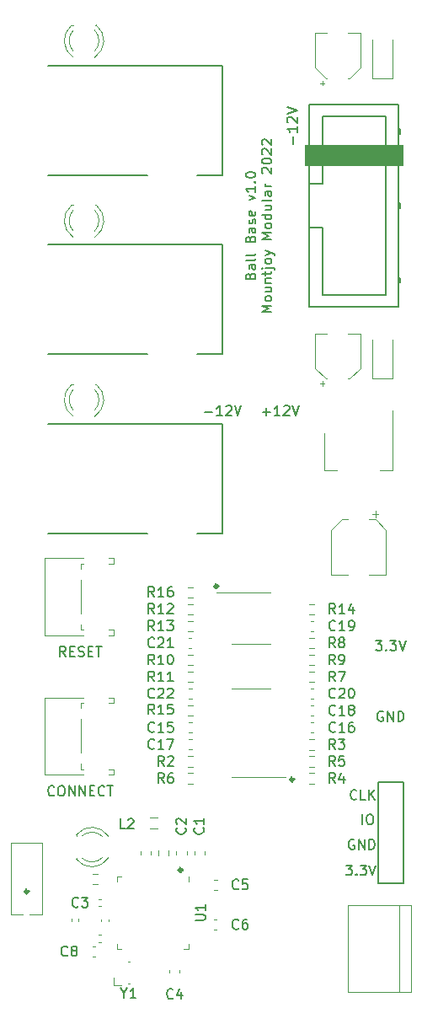
<source format=gbr>
%TF.GenerationSoftware,KiCad,Pcbnew,(6.0.1)*%
%TF.CreationDate,2022-03-12T16:38:44+00:00*%
%TF.ProjectId,Ball_Base_Components,42616c6c-5f42-4617-9365-5f436f6d706f,rev?*%
%TF.SameCoordinates,Original*%
%TF.FileFunction,Legend,Top*%
%TF.FilePolarity,Positive*%
%FSLAX46Y46*%
G04 Gerber Fmt 4.6, Leading zero omitted, Abs format (unit mm)*
G04 Created by KiCad (PCBNEW (6.0.1)) date 2022-03-12 16:38:44*
%MOMM*%
%LPD*%
G01*
G04 APERTURE LIST*
%ADD10C,0.357843*%
%ADD11C,0.150000*%
%ADD12C,0.120000*%
%ADD13C,0.200000*%
%ADD14C,0.100000*%
%ADD15C,0.342843*%
G04 APERTURE END LIST*
D10*
X139578921Y-142300000D02*
G75*
G03*
X139578921Y-142300000I-178921J0D01*
G01*
X143178921Y-113800000D02*
G75*
G03*
X143178921Y-113800000I-178921J0D01*
G01*
X150778921Y-133200000D02*
G75*
G03*
X150778921Y-133200000I-178921J0D01*
G01*
D11*
X159023809Y-119252380D02*
X159642857Y-119252380D01*
X159309523Y-119633333D01*
X159452380Y-119633333D01*
X159547619Y-119680952D01*
X159595238Y-119728571D01*
X159642857Y-119823809D01*
X159642857Y-120061904D01*
X159595238Y-120157142D01*
X159547619Y-120204761D01*
X159452380Y-120252380D01*
X159166666Y-120252380D01*
X159071428Y-120204761D01*
X159023809Y-120157142D01*
X160071428Y-120157142D02*
X160119047Y-120204761D01*
X160071428Y-120252380D01*
X160023809Y-120204761D01*
X160071428Y-120157142D01*
X160071428Y-120252380D01*
X160452380Y-119252380D02*
X161071428Y-119252380D01*
X160738095Y-119633333D01*
X160880952Y-119633333D01*
X160976190Y-119680952D01*
X161023809Y-119728571D01*
X161071428Y-119823809D01*
X161071428Y-120061904D01*
X161023809Y-120157142D01*
X160976190Y-120204761D01*
X160880952Y-120252380D01*
X160595238Y-120252380D01*
X160500000Y-120204761D01*
X160452380Y-120157142D01*
X161357142Y-119252380D02*
X161690476Y-120252380D01*
X162023809Y-119252380D01*
X146423571Y-82623809D02*
X146471190Y-82480952D01*
X146518809Y-82433333D01*
X146614047Y-82385714D01*
X146756904Y-82385714D01*
X146852142Y-82433333D01*
X146899761Y-82480952D01*
X146947380Y-82576190D01*
X146947380Y-82957142D01*
X145947380Y-82957142D01*
X145947380Y-82623809D01*
X145995000Y-82528571D01*
X146042619Y-82480952D01*
X146137857Y-82433333D01*
X146233095Y-82433333D01*
X146328333Y-82480952D01*
X146375952Y-82528571D01*
X146423571Y-82623809D01*
X146423571Y-82957142D01*
X146947380Y-81528571D02*
X146423571Y-81528571D01*
X146328333Y-81576190D01*
X146280714Y-81671428D01*
X146280714Y-81861904D01*
X146328333Y-81957142D01*
X146899761Y-81528571D02*
X146947380Y-81623809D01*
X146947380Y-81861904D01*
X146899761Y-81957142D01*
X146804523Y-82004761D01*
X146709285Y-82004761D01*
X146614047Y-81957142D01*
X146566428Y-81861904D01*
X146566428Y-81623809D01*
X146518809Y-81528571D01*
X146947380Y-80909523D02*
X146899761Y-81004761D01*
X146804523Y-81052380D01*
X145947380Y-81052380D01*
X146947380Y-80385714D02*
X146899761Y-80480952D01*
X146804523Y-80528571D01*
X145947380Y-80528571D01*
X146423571Y-78909523D02*
X146471190Y-78766666D01*
X146518809Y-78719047D01*
X146614047Y-78671428D01*
X146756904Y-78671428D01*
X146852142Y-78719047D01*
X146899761Y-78766666D01*
X146947380Y-78861904D01*
X146947380Y-79242857D01*
X145947380Y-79242857D01*
X145947380Y-78909523D01*
X145995000Y-78814285D01*
X146042619Y-78766666D01*
X146137857Y-78719047D01*
X146233095Y-78719047D01*
X146328333Y-78766666D01*
X146375952Y-78814285D01*
X146423571Y-78909523D01*
X146423571Y-79242857D01*
X146947380Y-77814285D02*
X146423571Y-77814285D01*
X146328333Y-77861904D01*
X146280714Y-77957142D01*
X146280714Y-78147619D01*
X146328333Y-78242857D01*
X146899761Y-77814285D02*
X146947380Y-77909523D01*
X146947380Y-78147619D01*
X146899761Y-78242857D01*
X146804523Y-78290476D01*
X146709285Y-78290476D01*
X146614047Y-78242857D01*
X146566428Y-78147619D01*
X146566428Y-77909523D01*
X146518809Y-77814285D01*
X146899761Y-77385714D02*
X146947380Y-77290476D01*
X146947380Y-77100000D01*
X146899761Y-77004761D01*
X146804523Y-76957142D01*
X146756904Y-76957142D01*
X146661666Y-77004761D01*
X146614047Y-77100000D01*
X146614047Y-77242857D01*
X146566428Y-77338095D01*
X146471190Y-77385714D01*
X146423571Y-77385714D01*
X146328333Y-77338095D01*
X146280714Y-77242857D01*
X146280714Y-77100000D01*
X146328333Y-77004761D01*
X146899761Y-76147619D02*
X146947380Y-76242857D01*
X146947380Y-76433333D01*
X146899761Y-76528571D01*
X146804523Y-76576190D01*
X146423571Y-76576190D01*
X146328333Y-76528571D01*
X146280714Y-76433333D01*
X146280714Y-76242857D01*
X146328333Y-76147619D01*
X146423571Y-76100000D01*
X146518809Y-76100000D01*
X146614047Y-76576190D01*
X146280714Y-75004761D02*
X146947380Y-74766666D01*
X146280714Y-74528571D01*
X146947380Y-73623809D02*
X146947380Y-74195238D01*
X146947380Y-73909523D02*
X145947380Y-73909523D01*
X146090238Y-74004761D01*
X146185476Y-74100000D01*
X146233095Y-74195238D01*
X146852142Y-73195238D02*
X146899761Y-73147619D01*
X146947380Y-73195238D01*
X146899761Y-73242857D01*
X146852142Y-73195238D01*
X146947380Y-73195238D01*
X145947380Y-72528571D02*
X145947380Y-72433333D01*
X145995000Y-72338095D01*
X146042619Y-72290476D01*
X146137857Y-72242857D01*
X146328333Y-72195238D01*
X146566428Y-72195238D01*
X146756904Y-72242857D01*
X146852142Y-72290476D01*
X146899761Y-72338095D01*
X146947380Y-72433333D01*
X146947380Y-72528571D01*
X146899761Y-72623809D01*
X146852142Y-72671428D01*
X146756904Y-72719047D01*
X146566428Y-72766666D01*
X146328333Y-72766666D01*
X146137857Y-72719047D01*
X146042619Y-72671428D01*
X145995000Y-72623809D01*
X145947380Y-72528571D01*
X148557380Y-86266666D02*
X147557380Y-86266666D01*
X148271666Y-85933333D01*
X147557380Y-85600000D01*
X148557380Y-85600000D01*
X148557380Y-84980952D02*
X148509761Y-85076190D01*
X148462142Y-85123809D01*
X148366904Y-85171428D01*
X148081190Y-85171428D01*
X147985952Y-85123809D01*
X147938333Y-85076190D01*
X147890714Y-84980952D01*
X147890714Y-84838095D01*
X147938333Y-84742857D01*
X147985952Y-84695238D01*
X148081190Y-84647619D01*
X148366904Y-84647619D01*
X148462142Y-84695238D01*
X148509761Y-84742857D01*
X148557380Y-84838095D01*
X148557380Y-84980952D01*
X147890714Y-83790476D02*
X148557380Y-83790476D01*
X147890714Y-84219047D02*
X148414523Y-84219047D01*
X148509761Y-84171428D01*
X148557380Y-84076190D01*
X148557380Y-83933333D01*
X148509761Y-83838095D01*
X148462142Y-83790476D01*
X147890714Y-83314285D02*
X148557380Y-83314285D01*
X147985952Y-83314285D02*
X147938333Y-83266666D01*
X147890714Y-83171428D01*
X147890714Y-83028571D01*
X147938333Y-82933333D01*
X148033571Y-82885714D01*
X148557380Y-82885714D01*
X147890714Y-82552380D02*
X147890714Y-82171428D01*
X147557380Y-82409523D02*
X148414523Y-82409523D01*
X148509761Y-82361904D01*
X148557380Y-82266666D01*
X148557380Y-82171428D01*
X147890714Y-81838095D02*
X148747857Y-81838095D01*
X148843095Y-81885714D01*
X148890714Y-81980952D01*
X148890714Y-82028571D01*
X147557380Y-81838095D02*
X147605000Y-81885714D01*
X147652619Y-81838095D01*
X147605000Y-81790476D01*
X147557380Y-81838095D01*
X147652619Y-81838095D01*
X148557380Y-81219047D02*
X148509761Y-81314285D01*
X148462142Y-81361904D01*
X148366904Y-81409523D01*
X148081190Y-81409523D01*
X147985952Y-81361904D01*
X147938333Y-81314285D01*
X147890714Y-81219047D01*
X147890714Y-81076190D01*
X147938333Y-80980952D01*
X147985952Y-80933333D01*
X148081190Y-80885714D01*
X148366904Y-80885714D01*
X148462142Y-80933333D01*
X148509761Y-80980952D01*
X148557380Y-81076190D01*
X148557380Y-81219047D01*
X147890714Y-80552380D02*
X148557380Y-80314285D01*
X147890714Y-80076190D02*
X148557380Y-80314285D01*
X148795476Y-80409523D01*
X148843095Y-80457142D01*
X148890714Y-80552380D01*
X148557380Y-78933333D02*
X147557380Y-78933333D01*
X148271666Y-78600000D01*
X147557380Y-78266666D01*
X148557380Y-78266666D01*
X148557380Y-77647619D02*
X148509761Y-77742857D01*
X148462142Y-77790476D01*
X148366904Y-77838095D01*
X148081190Y-77838095D01*
X147985952Y-77790476D01*
X147938333Y-77742857D01*
X147890714Y-77647619D01*
X147890714Y-77504761D01*
X147938333Y-77409523D01*
X147985952Y-77361904D01*
X148081190Y-77314285D01*
X148366904Y-77314285D01*
X148462142Y-77361904D01*
X148509761Y-77409523D01*
X148557380Y-77504761D01*
X148557380Y-77647619D01*
X148557380Y-76457142D02*
X147557380Y-76457142D01*
X148509761Y-76457142D02*
X148557380Y-76552380D01*
X148557380Y-76742857D01*
X148509761Y-76838095D01*
X148462142Y-76885714D01*
X148366904Y-76933333D01*
X148081190Y-76933333D01*
X147985952Y-76885714D01*
X147938333Y-76838095D01*
X147890714Y-76742857D01*
X147890714Y-76552380D01*
X147938333Y-76457142D01*
X147890714Y-75552380D02*
X148557380Y-75552380D01*
X147890714Y-75980952D02*
X148414523Y-75980952D01*
X148509761Y-75933333D01*
X148557380Y-75838095D01*
X148557380Y-75695238D01*
X148509761Y-75600000D01*
X148462142Y-75552380D01*
X148557380Y-74933333D02*
X148509761Y-75028571D01*
X148414523Y-75076190D01*
X147557380Y-75076190D01*
X148557380Y-74123809D02*
X148033571Y-74123809D01*
X147938333Y-74171428D01*
X147890714Y-74266666D01*
X147890714Y-74457142D01*
X147938333Y-74552380D01*
X148509761Y-74123809D02*
X148557380Y-74219047D01*
X148557380Y-74457142D01*
X148509761Y-74552380D01*
X148414523Y-74600000D01*
X148319285Y-74600000D01*
X148224047Y-74552380D01*
X148176428Y-74457142D01*
X148176428Y-74219047D01*
X148128809Y-74123809D01*
X148557380Y-73647619D02*
X147890714Y-73647619D01*
X148081190Y-73647619D02*
X147985952Y-73600000D01*
X147938333Y-73552380D01*
X147890714Y-73457142D01*
X147890714Y-73361904D01*
X147652619Y-72314285D02*
X147605000Y-72266666D01*
X147557380Y-72171428D01*
X147557380Y-71933333D01*
X147605000Y-71838095D01*
X147652619Y-71790476D01*
X147747857Y-71742857D01*
X147843095Y-71742857D01*
X147985952Y-71790476D01*
X148557380Y-72361904D01*
X148557380Y-71742857D01*
X147557380Y-71123809D02*
X147557380Y-71028571D01*
X147605000Y-70933333D01*
X147652619Y-70885714D01*
X147747857Y-70838095D01*
X147938333Y-70790476D01*
X148176428Y-70790476D01*
X148366904Y-70838095D01*
X148462142Y-70885714D01*
X148509761Y-70933333D01*
X148557380Y-71028571D01*
X148557380Y-71123809D01*
X148509761Y-71219047D01*
X148462142Y-71266666D01*
X148366904Y-71314285D01*
X148176428Y-71361904D01*
X147938333Y-71361904D01*
X147747857Y-71314285D01*
X147652619Y-71266666D01*
X147605000Y-71219047D01*
X147557380Y-71123809D01*
X147652619Y-70409523D02*
X147605000Y-70361904D01*
X147557380Y-70266666D01*
X147557380Y-70028571D01*
X147605000Y-69933333D01*
X147652619Y-69885714D01*
X147747857Y-69838095D01*
X147843095Y-69838095D01*
X147985952Y-69885714D01*
X148557380Y-70457142D01*
X148557380Y-69838095D01*
X147652619Y-69457142D02*
X147605000Y-69409523D01*
X147557380Y-69314285D01*
X147557380Y-69076190D01*
X147605000Y-68980952D01*
X147652619Y-68933333D01*
X147747857Y-68885714D01*
X147843095Y-68885714D01*
X147985952Y-68933333D01*
X148557380Y-69504761D01*
X148557380Y-68885714D01*
X159738095Y-126400000D02*
X159642857Y-126352380D01*
X159500000Y-126352380D01*
X159357142Y-126400000D01*
X159261904Y-126495238D01*
X159214285Y-126590476D01*
X159166666Y-126780952D01*
X159166666Y-126923809D01*
X159214285Y-127114285D01*
X159261904Y-127209523D01*
X159357142Y-127304761D01*
X159500000Y-127352380D01*
X159595238Y-127352380D01*
X159738095Y-127304761D01*
X159785714Y-127257142D01*
X159785714Y-126923809D01*
X159595238Y-126923809D01*
X160214285Y-127352380D02*
X160214285Y-126352380D01*
X160785714Y-127352380D01*
X160785714Y-126352380D01*
X161261904Y-127352380D02*
X161261904Y-126352380D01*
X161500000Y-126352380D01*
X161642857Y-126400000D01*
X161738095Y-126495238D01*
X161785714Y-126590476D01*
X161833333Y-126780952D01*
X161833333Y-126923809D01*
X161785714Y-127114285D01*
X161738095Y-127209523D01*
X161642857Y-127304761D01*
X161500000Y-127352380D01*
X161261904Y-127352380D01*
X147638095Y-96271428D02*
X148400000Y-96271428D01*
X148019047Y-96652380D02*
X148019047Y-95890476D01*
X149400000Y-96652380D02*
X148828571Y-96652380D01*
X149114285Y-96652380D02*
X149114285Y-95652380D01*
X149019047Y-95795238D01*
X148923809Y-95890476D01*
X148828571Y-95938095D01*
X149780952Y-95747619D02*
X149828571Y-95700000D01*
X149923809Y-95652380D01*
X150161904Y-95652380D01*
X150257142Y-95700000D01*
X150304761Y-95747619D01*
X150352380Y-95842857D01*
X150352380Y-95938095D01*
X150304761Y-96080952D01*
X149733333Y-96652380D01*
X150352380Y-96652380D01*
X150638095Y-95652380D02*
X150971428Y-96652380D01*
X151304761Y-95652380D01*
X141838095Y-96271428D02*
X142600000Y-96271428D01*
X143600000Y-96652380D02*
X143028571Y-96652380D01*
X143314285Y-96652380D02*
X143314285Y-95652380D01*
X143219047Y-95795238D01*
X143123809Y-95890476D01*
X143028571Y-95938095D01*
X143980952Y-95747619D02*
X144028571Y-95700000D01*
X144123809Y-95652380D01*
X144361904Y-95652380D01*
X144457142Y-95700000D01*
X144504761Y-95747619D01*
X144552380Y-95842857D01*
X144552380Y-95938095D01*
X144504761Y-96080952D01*
X143933333Y-96652380D01*
X144552380Y-96652380D01*
X144838095Y-95652380D02*
X145171428Y-96652380D01*
X145504761Y-95652380D01*
X127847619Y-120852380D02*
X127514285Y-120376190D01*
X127276190Y-120852380D02*
X127276190Y-119852380D01*
X127657142Y-119852380D01*
X127752380Y-119900000D01*
X127800000Y-119947619D01*
X127847619Y-120042857D01*
X127847619Y-120185714D01*
X127800000Y-120280952D01*
X127752380Y-120328571D01*
X127657142Y-120376190D01*
X127276190Y-120376190D01*
X128276190Y-120328571D02*
X128609523Y-120328571D01*
X128752380Y-120852380D02*
X128276190Y-120852380D01*
X128276190Y-119852380D01*
X128752380Y-119852380D01*
X129133333Y-120804761D02*
X129276190Y-120852380D01*
X129514285Y-120852380D01*
X129609523Y-120804761D01*
X129657142Y-120757142D01*
X129704761Y-120661904D01*
X129704761Y-120566666D01*
X129657142Y-120471428D01*
X129609523Y-120423809D01*
X129514285Y-120376190D01*
X129323809Y-120328571D01*
X129228571Y-120280952D01*
X129180952Y-120233333D01*
X129133333Y-120138095D01*
X129133333Y-120042857D01*
X129180952Y-119947619D01*
X129228571Y-119900000D01*
X129323809Y-119852380D01*
X129561904Y-119852380D01*
X129704761Y-119900000D01*
X130133333Y-120328571D02*
X130466666Y-120328571D01*
X130609523Y-120852380D02*
X130133333Y-120852380D01*
X130133333Y-119852380D01*
X130609523Y-119852380D01*
X130895238Y-119852380D02*
X131466666Y-119852380D01*
X131180952Y-120852380D02*
X131180952Y-119852380D01*
X126704761Y-134757142D02*
X126657142Y-134804761D01*
X126514285Y-134852380D01*
X126419047Y-134852380D01*
X126276190Y-134804761D01*
X126180952Y-134709523D01*
X126133333Y-134614285D01*
X126085714Y-134423809D01*
X126085714Y-134280952D01*
X126133333Y-134090476D01*
X126180952Y-133995238D01*
X126276190Y-133900000D01*
X126419047Y-133852380D01*
X126514285Y-133852380D01*
X126657142Y-133900000D01*
X126704761Y-133947619D01*
X127323809Y-133852380D02*
X127514285Y-133852380D01*
X127609523Y-133900000D01*
X127704761Y-133995238D01*
X127752380Y-134185714D01*
X127752380Y-134519047D01*
X127704761Y-134709523D01*
X127609523Y-134804761D01*
X127514285Y-134852380D01*
X127323809Y-134852380D01*
X127228571Y-134804761D01*
X127133333Y-134709523D01*
X127085714Y-134519047D01*
X127085714Y-134185714D01*
X127133333Y-133995238D01*
X127228571Y-133900000D01*
X127323809Y-133852380D01*
X128180952Y-134852380D02*
X128180952Y-133852380D01*
X128752380Y-134852380D01*
X128752380Y-133852380D01*
X129228571Y-134852380D02*
X129228571Y-133852380D01*
X129800000Y-134852380D01*
X129800000Y-133852380D01*
X130276190Y-134328571D02*
X130609523Y-134328571D01*
X130752380Y-134852380D02*
X130276190Y-134852380D01*
X130276190Y-133852380D01*
X130752380Y-133852380D01*
X131752380Y-134757142D02*
X131704761Y-134804761D01*
X131561904Y-134852380D01*
X131466666Y-134852380D01*
X131323809Y-134804761D01*
X131228571Y-134709523D01*
X131180952Y-134614285D01*
X131133333Y-134423809D01*
X131133333Y-134280952D01*
X131180952Y-134090476D01*
X131228571Y-133995238D01*
X131323809Y-133900000D01*
X131466666Y-133852380D01*
X131561904Y-133852380D01*
X131704761Y-133900000D01*
X131752380Y-133947619D01*
X132038095Y-133852380D02*
X132609523Y-133852380D01*
X132323809Y-134852380D02*
X132323809Y-133852380D01*
%TO.C,R5*%
X154933333Y-131852380D02*
X154600000Y-131376190D01*
X154361904Y-131852380D02*
X154361904Y-130852380D01*
X154742857Y-130852380D01*
X154838095Y-130900000D01*
X154885714Y-130947619D01*
X154933333Y-131042857D01*
X154933333Y-131185714D01*
X154885714Y-131280952D01*
X154838095Y-131328571D01*
X154742857Y-131376190D01*
X154361904Y-131376190D01*
X155838095Y-130852380D02*
X155361904Y-130852380D01*
X155314285Y-131328571D01*
X155361904Y-131280952D01*
X155457142Y-131233333D01*
X155695238Y-131233333D01*
X155790476Y-131280952D01*
X155838095Y-131328571D01*
X155885714Y-131423809D01*
X155885714Y-131661904D01*
X155838095Y-131757142D01*
X155790476Y-131804761D01*
X155695238Y-131852380D01*
X155457142Y-131852380D01*
X155361904Y-131804761D01*
X155314285Y-131757142D01*
%TO.C,C8*%
X128033333Y-150857142D02*
X127985714Y-150904761D01*
X127842857Y-150952380D01*
X127747619Y-150952380D01*
X127604761Y-150904761D01*
X127509523Y-150809523D01*
X127461904Y-150714285D01*
X127414285Y-150523809D01*
X127414285Y-150380952D01*
X127461904Y-150190476D01*
X127509523Y-150095238D01*
X127604761Y-150000000D01*
X127747619Y-149952380D01*
X127842857Y-149952380D01*
X127985714Y-150000000D01*
X128033333Y-150047619D01*
X128604761Y-150380952D02*
X128509523Y-150333333D01*
X128461904Y-150285714D01*
X128414285Y-150190476D01*
X128414285Y-150142857D01*
X128461904Y-150047619D01*
X128509523Y-150000000D01*
X128604761Y-149952380D01*
X128795238Y-149952380D01*
X128890476Y-150000000D01*
X128938095Y-150047619D01*
X128985714Y-150142857D01*
X128985714Y-150190476D01*
X128938095Y-150285714D01*
X128890476Y-150333333D01*
X128795238Y-150380952D01*
X128604761Y-150380952D01*
X128509523Y-150428571D01*
X128461904Y-150476190D01*
X128414285Y-150571428D01*
X128414285Y-150761904D01*
X128461904Y-150857142D01*
X128509523Y-150904761D01*
X128604761Y-150952380D01*
X128795238Y-150952380D01*
X128890476Y-150904761D01*
X128938095Y-150857142D01*
X128985714Y-150761904D01*
X128985714Y-150571428D01*
X128938095Y-150476190D01*
X128890476Y-150428571D01*
X128795238Y-150380952D01*
%TO.C,R2*%
X137733333Y-131852380D02*
X137400000Y-131376190D01*
X137161904Y-131852380D02*
X137161904Y-130852380D01*
X137542857Y-130852380D01*
X137638095Y-130900000D01*
X137685714Y-130947619D01*
X137733333Y-131042857D01*
X137733333Y-131185714D01*
X137685714Y-131280952D01*
X137638095Y-131328571D01*
X137542857Y-131376190D01*
X137161904Y-131376190D01*
X138114285Y-130947619D02*
X138161904Y-130900000D01*
X138257142Y-130852380D01*
X138495238Y-130852380D01*
X138590476Y-130900000D01*
X138638095Y-130947619D01*
X138685714Y-131042857D01*
X138685714Y-131138095D01*
X138638095Y-131280952D01*
X138066666Y-131852380D01*
X138685714Y-131852380D01*
%TO.C,Y1*%
X133723809Y-154676190D02*
X133723809Y-155152380D01*
X133390476Y-154152380D02*
X133723809Y-154676190D01*
X134057142Y-154152380D01*
X134914285Y-155152380D02*
X134342857Y-155152380D01*
X134628571Y-155152380D02*
X134628571Y-154152380D01*
X134533333Y-154295238D01*
X134438095Y-154390476D01*
X134342857Y-154438095D01*
%TO.C,C2*%
X139857142Y-138066666D02*
X139904761Y-138114285D01*
X139952380Y-138257142D01*
X139952380Y-138352380D01*
X139904761Y-138495238D01*
X139809523Y-138590476D01*
X139714285Y-138638095D01*
X139523809Y-138685714D01*
X139380952Y-138685714D01*
X139190476Y-138638095D01*
X139095238Y-138590476D01*
X139000000Y-138495238D01*
X138952380Y-138352380D01*
X138952380Y-138257142D01*
X139000000Y-138114285D01*
X139047619Y-138066666D01*
X139047619Y-137685714D02*
X139000000Y-137638095D01*
X138952380Y-137542857D01*
X138952380Y-137304761D01*
X139000000Y-137209523D01*
X139047619Y-137161904D01*
X139142857Y-137114285D01*
X139238095Y-137114285D01*
X139380952Y-137161904D01*
X139952380Y-137733333D01*
X139952380Y-137114285D01*
%TO.C,C4*%
X138633333Y-155157142D02*
X138585714Y-155204761D01*
X138442857Y-155252380D01*
X138347619Y-155252380D01*
X138204761Y-155204761D01*
X138109523Y-155109523D01*
X138061904Y-155014285D01*
X138014285Y-154823809D01*
X138014285Y-154680952D01*
X138061904Y-154490476D01*
X138109523Y-154395238D01*
X138204761Y-154300000D01*
X138347619Y-154252380D01*
X138442857Y-154252380D01*
X138585714Y-154300000D01*
X138633333Y-154347619D01*
X139490476Y-154585714D02*
X139490476Y-155252380D01*
X139252380Y-154204761D02*
X139014285Y-154919047D01*
X139633333Y-154919047D01*
%TO.C,R4*%
X154933333Y-133552380D02*
X154600000Y-133076190D01*
X154361904Y-133552380D02*
X154361904Y-132552380D01*
X154742857Y-132552380D01*
X154838095Y-132600000D01*
X154885714Y-132647619D01*
X154933333Y-132742857D01*
X154933333Y-132885714D01*
X154885714Y-132980952D01*
X154838095Y-133028571D01*
X154742857Y-133076190D01*
X154361904Y-133076190D01*
X155790476Y-132885714D02*
X155790476Y-133552380D01*
X155552380Y-132504761D02*
X155314285Y-133219047D01*
X155933333Y-133219047D01*
%TO.C,R12*%
X136757142Y-116552380D02*
X136423809Y-116076190D01*
X136185714Y-116552380D02*
X136185714Y-115552380D01*
X136566666Y-115552380D01*
X136661904Y-115600000D01*
X136709523Y-115647619D01*
X136757142Y-115742857D01*
X136757142Y-115885714D01*
X136709523Y-115980952D01*
X136661904Y-116028571D01*
X136566666Y-116076190D01*
X136185714Y-116076190D01*
X137709523Y-116552380D02*
X137138095Y-116552380D01*
X137423809Y-116552380D02*
X137423809Y-115552380D01*
X137328571Y-115695238D01*
X137233333Y-115790476D01*
X137138095Y-115838095D01*
X138090476Y-115647619D02*
X138138095Y-115600000D01*
X138233333Y-115552380D01*
X138471428Y-115552380D01*
X138566666Y-115600000D01*
X138614285Y-115647619D01*
X138661904Y-115742857D01*
X138661904Y-115838095D01*
X138614285Y-115980952D01*
X138042857Y-116552380D01*
X138661904Y-116552380D01*
%TO.C,J2*%
X157676190Y-137722380D02*
X157676190Y-136722380D01*
X158342857Y-136722380D02*
X158533333Y-136722380D01*
X158628571Y-136770000D01*
X158723809Y-136865238D01*
X158771428Y-137055714D01*
X158771428Y-137389047D01*
X158723809Y-137579523D01*
X158628571Y-137674761D01*
X158533333Y-137722380D01*
X158342857Y-137722380D01*
X158247619Y-137674761D01*
X158152380Y-137579523D01*
X158104761Y-137389047D01*
X158104761Y-137055714D01*
X158152380Y-136865238D01*
X158247619Y-136770000D01*
X158342857Y-136722380D01*
X156023809Y-141822380D02*
X156642857Y-141822380D01*
X156309523Y-142203333D01*
X156452380Y-142203333D01*
X156547619Y-142250952D01*
X156595238Y-142298571D01*
X156642857Y-142393809D01*
X156642857Y-142631904D01*
X156595238Y-142727142D01*
X156547619Y-142774761D01*
X156452380Y-142822380D01*
X156166666Y-142822380D01*
X156071428Y-142774761D01*
X156023809Y-142727142D01*
X157071428Y-142727142D02*
X157119047Y-142774761D01*
X157071428Y-142822380D01*
X157023809Y-142774761D01*
X157071428Y-142727142D01*
X157071428Y-142822380D01*
X157452380Y-141822380D02*
X158071428Y-141822380D01*
X157738095Y-142203333D01*
X157880952Y-142203333D01*
X157976190Y-142250952D01*
X158023809Y-142298571D01*
X158071428Y-142393809D01*
X158071428Y-142631904D01*
X158023809Y-142727142D01*
X157976190Y-142774761D01*
X157880952Y-142822380D01*
X157595238Y-142822380D01*
X157500000Y-142774761D01*
X157452380Y-142727142D01*
X158357142Y-141822380D02*
X158690476Y-142822380D01*
X159023809Y-141822380D01*
X156838095Y-139270000D02*
X156742857Y-139222380D01*
X156600000Y-139222380D01*
X156457142Y-139270000D01*
X156361904Y-139365238D01*
X156314285Y-139460476D01*
X156266666Y-139650952D01*
X156266666Y-139793809D01*
X156314285Y-139984285D01*
X156361904Y-140079523D01*
X156457142Y-140174761D01*
X156600000Y-140222380D01*
X156695238Y-140222380D01*
X156838095Y-140174761D01*
X156885714Y-140127142D01*
X156885714Y-139793809D01*
X156695238Y-139793809D01*
X157314285Y-140222380D02*
X157314285Y-139222380D01*
X157885714Y-140222380D01*
X157885714Y-139222380D01*
X158361904Y-140222380D02*
X158361904Y-139222380D01*
X158600000Y-139222380D01*
X158742857Y-139270000D01*
X158838095Y-139365238D01*
X158885714Y-139460476D01*
X158933333Y-139650952D01*
X158933333Y-139793809D01*
X158885714Y-139984285D01*
X158838095Y-140079523D01*
X158742857Y-140174761D01*
X158600000Y-140222380D01*
X158361904Y-140222380D01*
X157104761Y-135157142D02*
X157057142Y-135204761D01*
X156914285Y-135252380D01*
X156819047Y-135252380D01*
X156676190Y-135204761D01*
X156580952Y-135109523D01*
X156533333Y-135014285D01*
X156485714Y-134823809D01*
X156485714Y-134680952D01*
X156533333Y-134490476D01*
X156580952Y-134395238D01*
X156676190Y-134300000D01*
X156819047Y-134252380D01*
X156914285Y-134252380D01*
X157057142Y-134300000D01*
X157104761Y-134347619D01*
X158009523Y-135252380D02*
X157533333Y-135252380D01*
X157533333Y-134252380D01*
X158342857Y-135252380D02*
X158342857Y-134252380D01*
X158914285Y-135252380D02*
X158485714Y-134680952D01*
X158914285Y-134252380D02*
X158342857Y-134823809D01*
%TO.C,C6*%
X145233333Y-148157142D02*
X145185714Y-148204761D01*
X145042857Y-148252380D01*
X144947619Y-148252380D01*
X144804761Y-148204761D01*
X144709523Y-148109523D01*
X144661904Y-148014285D01*
X144614285Y-147823809D01*
X144614285Y-147680952D01*
X144661904Y-147490476D01*
X144709523Y-147395238D01*
X144804761Y-147300000D01*
X144947619Y-147252380D01*
X145042857Y-147252380D01*
X145185714Y-147300000D01*
X145233333Y-147347619D01*
X146090476Y-147252380D02*
X145900000Y-147252380D01*
X145804761Y-147300000D01*
X145757142Y-147347619D01*
X145661904Y-147490476D01*
X145614285Y-147680952D01*
X145614285Y-148061904D01*
X145661904Y-148157142D01*
X145709523Y-148204761D01*
X145804761Y-148252380D01*
X145995238Y-148252380D01*
X146090476Y-148204761D01*
X146138095Y-148157142D01*
X146185714Y-148061904D01*
X146185714Y-147823809D01*
X146138095Y-147728571D01*
X146090476Y-147680952D01*
X145995238Y-147633333D01*
X145804761Y-147633333D01*
X145709523Y-147680952D01*
X145661904Y-147728571D01*
X145614285Y-147823809D01*
%TO.C,R16*%
X136757142Y-114852380D02*
X136423809Y-114376190D01*
X136185714Y-114852380D02*
X136185714Y-113852380D01*
X136566666Y-113852380D01*
X136661904Y-113900000D01*
X136709523Y-113947619D01*
X136757142Y-114042857D01*
X136757142Y-114185714D01*
X136709523Y-114280952D01*
X136661904Y-114328571D01*
X136566666Y-114376190D01*
X136185714Y-114376190D01*
X137709523Y-114852380D02*
X137138095Y-114852380D01*
X137423809Y-114852380D02*
X137423809Y-113852380D01*
X137328571Y-113995238D01*
X137233333Y-114090476D01*
X137138095Y-114138095D01*
X138566666Y-113852380D02*
X138376190Y-113852380D01*
X138280952Y-113900000D01*
X138233333Y-113947619D01*
X138138095Y-114090476D01*
X138090476Y-114280952D01*
X138090476Y-114661904D01*
X138138095Y-114757142D01*
X138185714Y-114804761D01*
X138280952Y-114852380D01*
X138471428Y-114852380D01*
X138566666Y-114804761D01*
X138614285Y-114757142D01*
X138661904Y-114661904D01*
X138661904Y-114423809D01*
X138614285Y-114328571D01*
X138566666Y-114280952D01*
X138471428Y-114233333D01*
X138280952Y-114233333D01*
X138185714Y-114280952D01*
X138138095Y-114328571D01*
X138090476Y-114423809D01*
%TO.C,C1*%
X141657142Y-138066666D02*
X141704761Y-138114285D01*
X141752380Y-138257142D01*
X141752380Y-138352380D01*
X141704761Y-138495238D01*
X141609523Y-138590476D01*
X141514285Y-138638095D01*
X141323809Y-138685714D01*
X141180952Y-138685714D01*
X140990476Y-138638095D01*
X140895238Y-138590476D01*
X140800000Y-138495238D01*
X140752380Y-138352380D01*
X140752380Y-138257142D01*
X140800000Y-138114285D01*
X140847619Y-138066666D01*
X141752380Y-137114285D02*
X141752380Y-137685714D01*
X141752380Y-137400000D02*
X140752380Y-137400000D01*
X140895238Y-137495238D01*
X140990476Y-137590476D01*
X141038095Y-137685714D01*
%TO.C,C21*%
X136757142Y-119857142D02*
X136709523Y-119904761D01*
X136566666Y-119952380D01*
X136471428Y-119952380D01*
X136328571Y-119904761D01*
X136233333Y-119809523D01*
X136185714Y-119714285D01*
X136138095Y-119523809D01*
X136138095Y-119380952D01*
X136185714Y-119190476D01*
X136233333Y-119095238D01*
X136328571Y-119000000D01*
X136471428Y-118952380D01*
X136566666Y-118952380D01*
X136709523Y-119000000D01*
X136757142Y-119047619D01*
X137138095Y-119047619D02*
X137185714Y-119000000D01*
X137280952Y-118952380D01*
X137519047Y-118952380D01*
X137614285Y-119000000D01*
X137661904Y-119047619D01*
X137709523Y-119142857D01*
X137709523Y-119238095D01*
X137661904Y-119380952D01*
X137090476Y-119952380D01*
X137709523Y-119952380D01*
X138661904Y-119952380D02*
X138090476Y-119952380D01*
X138376190Y-119952380D02*
X138376190Y-118952380D01*
X138280952Y-119095238D01*
X138185714Y-119190476D01*
X138090476Y-119238095D01*
%TO.C,C5*%
X145233333Y-144157142D02*
X145185714Y-144204761D01*
X145042857Y-144252380D01*
X144947619Y-144252380D01*
X144804761Y-144204761D01*
X144709523Y-144109523D01*
X144661904Y-144014285D01*
X144614285Y-143823809D01*
X144614285Y-143680952D01*
X144661904Y-143490476D01*
X144709523Y-143395238D01*
X144804761Y-143300000D01*
X144947619Y-143252380D01*
X145042857Y-143252380D01*
X145185714Y-143300000D01*
X145233333Y-143347619D01*
X146138095Y-143252380D02*
X145661904Y-143252380D01*
X145614285Y-143728571D01*
X145661904Y-143680952D01*
X145757142Y-143633333D01*
X145995238Y-143633333D01*
X146090476Y-143680952D01*
X146138095Y-143728571D01*
X146185714Y-143823809D01*
X146185714Y-144061904D01*
X146138095Y-144157142D01*
X146090476Y-144204761D01*
X145995238Y-144252380D01*
X145757142Y-144252380D01*
X145661904Y-144204761D01*
X145614285Y-144157142D01*
%TO.C,R6*%
X137733333Y-133552380D02*
X137400000Y-133076190D01*
X137161904Y-133552380D02*
X137161904Y-132552380D01*
X137542857Y-132552380D01*
X137638095Y-132600000D01*
X137685714Y-132647619D01*
X137733333Y-132742857D01*
X137733333Y-132885714D01*
X137685714Y-132980952D01*
X137638095Y-133028571D01*
X137542857Y-133076190D01*
X137161904Y-133076190D01*
X138590476Y-132552380D02*
X138400000Y-132552380D01*
X138304761Y-132600000D01*
X138257142Y-132647619D01*
X138161904Y-132790476D01*
X138114285Y-132980952D01*
X138114285Y-133361904D01*
X138161904Y-133457142D01*
X138209523Y-133504761D01*
X138304761Y-133552380D01*
X138495238Y-133552380D01*
X138590476Y-133504761D01*
X138638095Y-133457142D01*
X138685714Y-133361904D01*
X138685714Y-133123809D01*
X138638095Y-133028571D01*
X138590476Y-132980952D01*
X138495238Y-132933333D01*
X138304761Y-132933333D01*
X138209523Y-132980952D01*
X138161904Y-133028571D01*
X138114285Y-133123809D01*
%TO.C,R3*%
X154933333Y-130152380D02*
X154600000Y-129676190D01*
X154361904Y-130152380D02*
X154361904Y-129152380D01*
X154742857Y-129152380D01*
X154838095Y-129200000D01*
X154885714Y-129247619D01*
X154933333Y-129342857D01*
X154933333Y-129485714D01*
X154885714Y-129580952D01*
X154838095Y-129628571D01*
X154742857Y-129676190D01*
X154361904Y-129676190D01*
X155266666Y-129152380D02*
X155885714Y-129152380D01*
X155552380Y-129533333D01*
X155695238Y-129533333D01*
X155790476Y-129580952D01*
X155838095Y-129628571D01*
X155885714Y-129723809D01*
X155885714Y-129961904D01*
X155838095Y-130057142D01*
X155790476Y-130104761D01*
X155695238Y-130152380D01*
X155409523Y-130152380D01*
X155314285Y-130104761D01*
X155266666Y-130057142D01*
%TO.C,R15*%
X136757142Y-126652380D02*
X136423809Y-126176190D01*
X136185714Y-126652380D02*
X136185714Y-125652380D01*
X136566666Y-125652380D01*
X136661904Y-125700000D01*
X136709523Y-125747619D01*
X136757142Y-125842857D01*
X136757142Y-125985714D01*
X136709523Y-126080952D01*
X136661904Y-126128571D01*
X136566666Y-126176190D01*
X136185714Y-126176190D01*
X137709523Y-126652380D02*
X137138095Y-126652380D01*
X137423809Y-126652380D02*
X137423809Y-125652380D01*
X137328571Y-125795238D01*
X137233333Y-125890476D01*
X137138095Y-125938095D01*
X138614285Y-125652380D02*
X138138095Y-125652380D01*
X138090476Y-126128571D01*
X138138095Y-126080952D01*
X138233333Y-126033333D01*
X138471428Y-126033333D01*
X138566666Y-126080952D01*
X138614285Y-126128571D01*
X138661904Y-126223809D01*
X138661904Y-126461904D01*
X138614285Y-126557142D01*
X138566666Y-126604761D01*
X138471428Y-126652380D01*
X138233333Y-126652380D01*
X138138095Y-126604761D01*
X138090476Y-126557142D01*
%TO.C,U1*%
X140872380Y-147361904D02*
X141681904Y-147361904D01*
X141777142Y-147314285D01*
X141824761Y-147266666D01*
X141872380Y-147171428D01*
X141872380Y-146980952D01*
X141824761Y-146885714D01*
X141777142Y-146838095D01*
X141681904Y-146790476D01*
X140872380Y-146790476D01*
X141872380Y-145790476D02*
X141872380Y-146361904D01*
X141872380Y-146076190D02*
X140872380Y-146076190D01*
X141015238Y-146171428D01*
X141110476Y-146266666D01*
X141158095Y-146361904D01*
%TO.C,R14*%
X154957142Y-116552380D02*
X154623809Y-116076190D01*
X154385714Y-116552380D02*
X154385714Y-115552380D01*
X154766666Y-115552380D01*
X154861904Y-115600000D01*
X154909523Y-115647619D01*
X154957142Y-115742857D01*
X154957142Y-115885714D01*
X154909523Y-115980952D01*
X154861904Y-116028571D01*
X154766666Y-116076190D01*
X154385714Y-116076190D01*
X155909523Y-116552380D02*
X155338095Y-116552380D01*
X155623809Y-116552380D02*
X155623809Y-115552380D01*
X155528571Y-115695238D01*
X155433333Y-115790476D01*
X155338095Y-115838095D01*
X156766666Y-115885714D02*
X156766666Y-116552380D01*
X156528571Y-115504761D02*
X156290476Y-116219047D01*
X156909523Y-116219047D01*
%TO.C,C19*%
X154957142Y-118157142D02*
X154909523Y-118204761D01*
X154766666Y-118252380D01*
X154671428Y-118252380D01*
X154528571Y-118204761D01*
X154433333Y-118109523D01*
X154385714Y-118014285D01*
X154338095Y-117823809D01*
X154338095Y-117680952D01*
X154385714Y-117490476D01*
X154433333Y-117395238D01*
X154528571Y-117300000D01*
X154671428Y-117252380D01*
X154766666Y-117252380D01*
X154909523Y-117300000D01*
X154957142Y-117347619D01*
X155909523Y-118252380D02*
X155338095Y-118252380D01*
X155623809Y-118252380D02*
X155623809Y-117252380D01*
X155528571Y-117395238D01*
X155433333Y-117490476D01*
X155338095Y-117538095D01*
X156385714Y-118252380D02*
X156576190Y-118252380D01*
X156671428Y-118204761D01*
X156719047Y-118157142D01*
X156814285Y-118014285D01*
X156861904Y-117823809D01*
X156861904Y-117442857D01*
X156814285Y-117347619D01*
X156766666Y-117300000D01*
X156671428Y-117252380D01*
X156480952Y-117252380D01*
X156385714Y-117300000D01*
X156338095Y-117347619D01*
X156290476Y-117442857D01*
X156290476Y-117680952D01*
X156338095Y-117776190D01*
X156385714Y-117823809D01*
X156480952Y-117871428D01*
X156671428Y-117871428D01*
X156766666Y-117823809D01*
X156814285Y-117776190D01*
X156861904Y-117680952D01*
%TO.C,R10*%
X136757142Y-121652380D02*
X136423809Y-121176190D01*
X136185714Y-121652380D02*
X136185714Y-120652380D01*
X136566666Y-120652380D01*
X136661904Y-120700000D01*
X136709523Y-120747619D01*
X136757142Y-120842857D01*
X136757142Y-120985714D01*
X136709523Y-121080952D01*
X136661904Y-121128571D01*
X136566666Y-121176190D01*
X136185714Y-121176190D01*
X137709523Y-121652380D02*
X137138095Y-121652380D01*
X137423809Y-121652380D02*
X137423809Y-120652380D01*
X137328571Y-120795238D01*
X137233333Y-120890476D01*
X137138095Y-120938095D01*
X138328571Y-120652380D02*
X138423809Y-120652380D01*
X138519047Y-120700000D01*
X138566666Y-120747619D01*
X138614285Y-120842857D01*
X138661904Y-121033333D01*
X138661904Y-121271428D01*
X138614285Y-121461904D01*
X138566666Y-121557142D01*
X138519047Y-121604761D01*
X138423809Y-121652380D01*
X138328571Y-121652380D01*
X138233333Y-121604761D01*
X138185714Y-121557142D01*
X138138095Y-121461904D01*
X138090476Y-121271428D01*
X138090476Y-121033333D01*
X138138095Y-120842857D01*
X138185714Y-120747619D01*
X138233333Y-120700000D01*
X138328571Y-120652380D01*
%TO.C,C22*%
X136757142Y-124957142D02*
X136709523Y-125004761D01*
X136566666Y-125052380D01*
X136471428Y-125052380D01*
X136328571Y-125004761D01*
X136233333Y-124909523D01*
X136185714Y-124814285D01*
X136138095Y-124623809D01*
X136138095Y-124480952D01*
X136185714Y-124290476D01*
X136233333Y-124195238D01*
X136328571Y-124100000D01*
X136471428Y-124052380D01*
X136566666Y-124052380D01*
X136709523Y-124100000D01*
X136757142Y-124147619D01*
X137138095Y-124147619D02*
X137185714Y-124100000D01*
X137280952Y-124052380D01*
X137519047Y-124052380D01*
X137614285Y-124100000D01*
X137661904Y-124147619D01*
X137709523Y-124242857D01*
X137709523Y-124338095D01*
X137661904Y-124480952D01*
X137090476Y-125052380D01*
X137709523Y-125052380D01*
X138090476Y-124147619D02*
X138138095Y-124100000D01*
X138233333Y-124052380D01*
X138471428Y-124052380D01*
X138566666Y-124100000D01*
X138614285Y-124147619D01*
X138661904Y-124242857D01*
X138661904Y-124338095D01*
X138614285Y-124480952D01*
X138042857Y-125052380D01*
X138661904Y-125052380D01*
%TO.C,C20*%
X154957142Y-124957142D02*
X154909523Y-125004761D01*
X154766666Y-125052380D01*
X154671428Y-125052380D01*
X154528571Y-125004761D01*
X154433333Y-124909523D01*
X154385714Y-124814285D01*
X154338095Y-124623809D01*
X154338095Y-124480952D01*
X154385714Y-124290476D01*
X154433333Y-124195238D01*
X154528571Y-124100000D01*
X154671428Y-124052380D01*
X154766666Y-124052380D01*
X154909523Y-124100000D01*
X154957142Y-124147619D01*
X155338095Y-124147619D02*
X155385714Y-124100000D01*
X155480952Y-124052380D01*
X155719047Y-124052380D01*
X155814285Y-124100000D01*
X155861904Y-124147619D01*
X155909523Y-124242857D01*
X155909523Y-124338095D01*
X155861904Y-124480952D01*
X155290476Y-125052380D01*
X155909523Y-125052380D01*
X156528571Y-124052380D02*
X156623809Y-124052380D01*
X156719047Y-124100000D01*
X156766666Y-124147619D01*
X156814285Y-124242857D01*
X156861904Y-124433333D01*
X156861904Y-124671428D01*
X156814285Y-124861904D01*
X156766666Y-124957142D01*
X156719047Y-125004761D01*
X156623809Y-125052380D01*
X156528571Y-125052380D01*
X156433333Y-125004761D01*
X156385714Y-124957142D01*
X156338095Y-124861904D01*
X156290476Y-124671428D01*
X156290476Y-124433333D01*
X156338095Y-124242857D01*
X156385714Y-124147619D01*
X156433333Y-124100000D01*
X156528571Y-124052380D01*
%TO.C,R9*%
X154933333Y-121652380D02*
X154600000Y-121176190D01*
X154361904Y-121652380D02*
X154361904Y-120652380D01*
X154742857Y-120652380D01*
X154838095Y-120700000D01*
X154885714Y-120747619D01*
X154933333Y-120842857D01*
X154933333Y-120985714D01*
X154885714Y-121080952D01*
X154838095Y-121128571D01*
X154742857Y-121176190D01*
X154361904Y-121176190D01*
X155409523Y-121652380D02*
X155600000Y-121652380D01*
X155695238Y-121604761D01*
X155742857Y-121557142D01*
X155838095Y-121414285D01*
X155885714Y-121223809D01*
X155885714Y-120842857D01*
X155838095Y-120747619D01*
X155790476Y-120700000D01*
X155695238Y-120652380D01*
X155504761Y-120652380D01*
X155409523Y-120700000D01*
X155361904Y-120747619D01*
X155314285Y-120842857D01*
X155314285Y-121080952D01*
X155361904Y-121176190D01*
X155409523Y-121223809D01*
X155504761Y-121271428D01*
X155695238Y-121271428D01*
X155790476Y-121223809D01*
X155838095Y-121176190D01*
X155885714Y-121080952D01*
%TO.C,J1*%
X150733928Y-69361904D02*
X150733928Y-68600000D01*
X151114880Y-67600000D02*
X151114880Y-68171428D01*
X151114880Y-67885714D02*
X150114880Y-67885714D01*
X150257738Y-67980952D01*
X150352976Y-68076190D01*
X150400595Y-68171428D01*
X150210119Y-67219047D02*
X150162500Y-67171428D01*
X150114880Y-67076190D01*
X150114880Y-66838095D01*
X150162500Y-66742857D01*
X150210119Y-66695238D01*
X150305357Y-66647619D01*
X150400595Y-66647619D01*
X150543452Y-66695238D01*
X151114880Y-67266666D01*
X151114880Y-66647619D01*
X150114880Y-66361904D02*
X151114880Y-66028571D01*
X150114880Y-65695238D01*
%TO.C,R11*%
X136757142Y-123352380D02*
X136423809Y-122876190D01*
X136185714Y-123352380D02*
X136185714Y-122352380D01*
X136566666Y-122352380D01*
X136661904Y-122400000D01*
X136709523Y-122447619D01*
X136757142Y-122542857D01*
X136757142Y-122685714D01*
X136709523Y-122780952D01*
X136661904Y-122828571D01*
X136566666Y-122876190D01*
X136185714Y-122876190D01*
X137709523Y-123352380D02*
X137138095Y-123352380D01*
X137423809Y-123352380D02*
X137423809Y-122352380D01*
X137328571Y-122495238D01*
X137233333Y-122590476D01*
X137138095Y-122638095D01*
X138661904Y-123352380D02*
X138090476Y-123352380D01*
X138376190Y-123352380D02*
X138376190Y-122352380D01*
X138280952Y-122495238D01*
X138185714Y-122590476D01*
X138090476Y-122638095D01*
%TO.C,C17*%
X136757142Y-130057142D02*
X136709523Y-130104761D01*
X136566666Y-130152380D01*
X136471428Y-130152380D01*
X136328571Y-130104761D01*
X136233333Y-130009523D01*
X136185714Y-129914285D01*
X136138095Y-129723809D01*
X136138095Y-129580952D01*
X136185714Y-129390476D01*
X136233333Y-129295238D01*
X136328571Y-129200000D01*
X136471428Y-129152380D01*
X136566666Y-129152380D01*
X136709523Y-129200000D01*
X136757142Y-129247619D01*
X137709523Y-130152380D02*
X137138095Y-130152380D01*
X137423809Y-130152380D02*
X137423809Y-129152380D01*
X137328571Y-129295238D01*
X137233333Y-129390476D01*
X137138095Y-129438095D01*
X138042857Y-129152380D02*
X138709523Y-129152380D01*
X138280952Y-130152380D01*
%TO.C,C15*%
X136757142Y-128357142D02*
X136709523Y-128404761D01*
X136566666Y-128452380D01*
X136471428Y-128452380D01*
X136328571Y-128404761D01*
X136233333Y-128309523D01*
X136185714Y-128214285D01*
X136138095Y-128023809D01*
X136138095Y-127880952D01*
X136185714Y-127690476D01*
X136233333Y-127595238D01*
X136328571Y-127500000D01*
X136471428Y-127452380D01*
X136566666Y-127452380D01*
X136709523Y-127500000D01*
X136757142Y-127547619D01*
X137709523Y-128452380D02*
X137138095Y-128452380D01*
X137423809Y-128452380D02*
X137423809Y-127452380D01*
X137328571Y-127595238D01*
X137233333Y-127690476D01*
X137138095Y-127738095D01*
X138614285Y-127452380D02*
X138138095Y-127452380D01*
X138090476Y-127928571D01*
X138138095Y-127880952D01*
X138233333Y-127833333D01*
X138471428Y-127833333D01*
X138566666Y-127880952D01*
X138614285Y-127928571D01*
X138661904Y-128023809D01*
X138661904Y-128261904D01*
X138614285Y-128357142D01*
X138566666Y-128404761D01*
X138471428Y-128452380D01*
X138233333Y-128452380D01*
X138138095Y-128404761D01*
X138090476Y-128357142D01*
%TO.C,L2*%
X133833333Y-138152380D02*
X133357142Y-138152380D01*
X133357142Y-137152380D01*
X134119047Y-137247619D02*
X134166666Y-137200000D01*
X134261904Y-137152380D01*
X134500000Y-137152380D01*
X134595238Y-137200000D01*
X134642857Y-137247619D01*
X134690476Y-137342857D01*
X134690476Y-137438095D01*
X134642857Y-137580952D01*
X134071428Y-138152380D01*
X134690476Y-138152380D01*
%TO.C,R8*%
X154933333Y-119952380D02*
X154600000Y-119476190D01*
X154361904Y-119952380D02*
X154361904Y-118952380D01*
X154742857Y-118952380D01*
X154838095Y-119000000D01*
X154885714Y-119047619D01*
X154933333Y-119142857D01*
X154933333Y-119285714D01*
X154885714Y-119380952D01*
X154838095Y-119428571D01*
X154742857Y-119476190D01*
X154361904Y-119476190D01*
X155504761Y-119380952D02*
X155409523Y-119333333D01*
X155361904Y-119285714D01*
X155314285Y-119190476D01*
X155314285Y-119142857D01*
X155361904Y-119047619D01*
X155409523Y-119000000D01*
X155504761Y-118952380D01*
X155695238Y-118952380D01*
X155790476Y-119000000D01*
X155838095Y-119047619D01*
X155885714Y-119142857D01*
X155885714Y-119190476D01*
X155838095Y-119285714D01*
X155790476Y-119333333D01*
X155695238Y-119380952D01*
X155504761Y-119380952D01*
X155409523Y-119428571D01*
X155361904Y-119476190D01*
X155314285Y-119571428D01*
X155314285Y-119761904D01*
X155361904Y-119857142D01*
X155409523Y-119904761D01*
X155504761Y-119952380D01*
X155695238Y-119952380D01*
X155790476Y-119904761D01*
X155838095Y-119857142D01*
X155885714Y-119761904D01*
X155885714Y-119571428D01*
X155838095Y-119476190D01*
X155790476Y-119428571D01*
X155695238Y-119380952D01*
%TO.C,C3*%
X129133333Y-145957142D02*
X129085714Y-146004761D01*
X128942857Y-146052380D01*
X128847619Y-146052380D01*
X128704761Y-146004761D01*
X128609523Y-145909523D01*
X128561904Y-145814285D01*
X128514285Y-145623809D01*
X128514285Y-145480952D01*
X128561904Y-145290476D01*
X128609523Y-145195238D01*
X128704761Y-145100000D01*
X128847619Y-145052380D01*
X128942857Y-145052380D01*
X129085714Y-145100000D01*
X129133333Y-145147619D01*
X129466666Y-145052380D02*
X130085714Y-145052380D01*
X129752380Y-145433333D01*
X129895238Y-145433333D01*
X129990476Y-145480952D01*
X130038095Y-145528571D01*
X130085714Y-145623809D01*
X130085714Y-145861904D01*
X130038095Y-145957142D01*
X129990476Y-146004761D01*
X129895238Y-146052380D01*
X129609523Y-146052380D01*
X129514285Y-146004761D01*
X129466666Y-145957142D01*
%TO.C,C16*%
X154957142Y-128357142D02*
X154909523Y-128404761D01*
X154766666Y-128452380D01*
X154671428Y-128452380D01*
X154528571Y-128404761D01*
X154433333Y-128309523D01*
X154385714Y-128214285D01*
X154338095Y-128023809D01*
X154338095Y-127880952D01*
X154385714Y-127690476D01*
X154433333Y-127595238D01*
X154528571Y-127500000D01*
X154671428Y-127452380D01*
X154766666Y-127452380D01*
X154909523Y-127500000D01*
X154957142Y-127547619D01*
X155909523Y-128452380D02*
X155338095Y-128452380D01*
X155623809Y-128452380D02*
X155623809Y-127452380D01*
X155528571Y-127595238D01*
X155433333Y-127690476D01*
X155338095Y-127738095D01*
X156766666Y-127452380D02*
X156576190Y-127452380D01*
X156480952Y-127500000D01*
X156433333Y-127547619D01*
X156338095Y-127690476D01*
X156290476Y-127880952D01*
X156290476Y-128261904D01*
X156338095Y-128357142D01*
X156385714Y-128404761D01*
X156480952Y-128452380D01*
X156671428Y-128452380D01*
X156766666Y-128404761D01*
X156814285Y-128357142D01*
X156861904Y-128261904D01*
X156861904Y-128023809D01*
X156814285Y-127928571D01*
X156766666Y-127880952D01*
X156671428Y-127833333D01*
X156480952Y-127833333D01*
X156385714Y-127880952D01*
X156338095Y-127928571D01*
X156290476Y-128023809D01*
%TO.C,R13*%
X136757142Y-118252380D02*
X136423809Y-117776190D01*
X136185714Y-118252380D02*
X136185714Y-117252380D01*
X136566666Y-117252380D01*
X136661904Y-117300000D01*
X136709523Y-117347619D01*
X136757142Y-117442857D01*
X136757142Y-117585714D01*
X136709523Y-117680952D01*
X136661904Y-117728571D01*
X136566666Y-117776190D01*
X136185714Y-117776190D01*
X137709523Y-118252380D02*
X137138095Y-118252380D01*
X137423809Y-118252380D02*
X137423809Y-117252380D01*
X137328571Y-117395238D01*
X137233333Y-117490476D01*
X137138095Y-117538095D01*
X138042857Y-117252380D02*
X138661904Y-117252380D01*
X138328571Y-117633333D01*
X138471428Y-117633333D01*
X138566666Y-117680952D01*
X138614285Y-117728571D01*
X138661904Y-117823809D01*
X138661904Y-118061904D01*
X138614285Y-118157142D01*
X138566666Y-118204761D01*
X138471428Y-118252380D01*
X138185714Y-118252380D01*
X138090476Y-118204761D01*
X138042857Y-118157142D01*
%TO.C,R7*%
X154933333Y-123352380D02*
X154600000Y-122876190D01*
X154361904Y-123352380D02*
X154361904Y-122352380D01*
X154742857Y-122352380D01*
X154838095Y-122400000D01*
X154885714Y-122447619D01*
X154933333Y-122542857D01*
X154933333Y-122685714D01*
X154885714Y-122780952D01*
X154838095Y-122828571D01*
X154742857Y-122876190D01*
X154361904Y-122876190D01*
X155266666Y-122352380D02*
X155933333Y-122352380D01*
X155504761Y-123352380D01*
%TO.C,C18*%
X154957142Y-126657142D02*
X154909523Y-126704761D01*
X154766666Y-126752380D01*
X154671428Y-126752380D01*
X154528571Y-126704761D01*
X154433333Y-126609523D01*
X154385714Y-126514285D01*
X154338095Y-126323809D01*
X154338095Y-126180952D01*
X154385714Y-125990476D01*
X154433333Y-125895238D01*
X154528571Y-125800000D01*
X154671428Y-125752380D01*
X154766666Y-125752380D01*
X154909523Y-125800000D01*
X154957142Y-125847619D01*
X155909523Y-126752380D02*
X155338095Y-126752380D01*
X155623809Y-126752380D02*
X155623809Y-125752380D01*
X155528571Y-125895238D01*
X155433333Y-125990476D01*
X155338095Y-126038095D01*
X156480952Y-126180952D02*
X156385714Y-126133333D01*
X156338095Y-126085714D01*
X156290476Y-125990476D01*
X156290476Y-125942857D01*
X156338095Y-125847619D01*
X156385714Y-125800000D01*
X156480952Y-125752380D01*
X156671428Y-125752380D01*
X156766666Y-125800000D01*
X156814285Y-125847619D01*
X156861904Y-125942857D01*
X156861904Y-125990476D01*
X156814285Y-126085714D01*
X156766666Y-126133333D01*
X156671428Y-126180952D01*
X156480952Y-126180952D01*
X156385714Y-126228571D01*
X156338095Y-126276190D01*
X156290476Y-126371428D01*
X156290476Y-126561904D01*
X156338095Y-126657142D01*
X156385714Y-126704761D01*
X156480952Y-126752380D01*
X156671428Y-126752380D01*
X156766666Y-126704761D01*
X156814285Y-126657142D01*
X156861904Y-126561904D01*
X156861904Y-126371428D01*
X156814285Y-126276190D01*
X156766666Y-126228571D01*
X156671428Y-126180952D01*
D12*
%TO.C,R5*%
X152837258Y-131922500D02*
X152362742Y-131922500D01*
X152837258Y-130877500D02*
X152362742Y-130877500D01*
%TO.C,D5*%
X128620000Y-75510000D02*
X128464000Y-75510000D01*
X130936000Y-75510000D02*
X130780000Y-75510000D01*
X130778608Y-78742335D02*
G75*
G03*
X130935516Y-75510000I-1078609J1672335D01*
G01*
X128620000Y-76029039D02*
G75*
G03*
X128620163Y-78111130I1080000J-1040961D01*
G01*
X128464484Y-75510000D02*
G75*
G03*
X128621392Y-78742335I1235517J-1560000D01*
G01*
X130779837Y-78111130D02*
G75*
G03*
X130780000Y-76029039I-1079837J1041130D01*
G01*
%TO.C,C8*%
X130840580Y-151010000D02*
X130559420Y-151010000D01*
X130840580Y-149990000D02*
X130559420Y-149990000D01*
%TO.C,R2*%
X140162742Y-130877500D02*
X140637258Y-130877500D01*
X140162742Y-131922500D02*
X140637258Y-131922500D01*
%TO.C,D3*%
X128933750Y-141080000D02*
X128933750Y-141236000D01*
X128933750Y-138764000D02*
X128933750Y-138920000D01*
X129452789Y-141080000D02*
G75*
G03*
X131534880Y-141079837I1040961J1080000D01*
G01*
X131534880Y-138920163D02*
G75*
G03*
X129452789Y-138920000I-1041130J-1079837D01*
G01*
X128933750Y-141235516D02*
G75*
G03*
X132166085Y-141078608I1560000J1235517D01*
G01*
X132166085Y-138921392D02*
G75*
G03*
X128933750Y-138764484I-1672335J-1078609D01*
G01*
%TO.C,Y1*%
X134090000Y-153710000D02*
X134310000Y-153710000D01*
X132660000Y-153100000D02*
X132660000Y-153890000D01*
X134090000Y-151490000D02*
X134310000Y-151490000D01*
X133450000Y-153890000D02*
X132660000Y-153890000D01*
%TO.C,C2*%
X138990000Y-140740580D02*
X138990000Y-140459420D01*
X140010000Y-140740580D02*
X140010000Y-140459420D01*
%TO.C,C7*%
X136410000Y-140459420D02*
X136410000Y-140740580D01*
X135390000Y-140459420D02*
X135390000Y-140740580D01*
%TO.C,C4*%
X139310000Y-152359420D02*
X139310000Y-152640580D01*
X138290000Y-152359420D02*
X138290000Y-152640580D01*
%TO.C,D4*%
X130936000Y-57435000D02*
X130780000Y-57435000D01*
X128620000Y-57435000D02*
X128464000Y-57435000D01*
X130778608Y-60667335D02*
G75*
G03*
X130935516Y-57435000I-1078609J1672335D01*
G01*
X128464484Y-57435000D02*
G75*
G03*
X128621392Y-60667335I1235517J-1560000D01*
G01*
X128620000Y-57954039D02*
G75*
G03*
X128620163Y-60036130I1080000J-1040961D01*
G01*
X130779837Y-60036130D02*
G75*
G03*
X130780000Y-57954039I-1079837J1041130D01*
G01*
%TO.C,R4*%
X152837258Y-133622500D02*
X152362742Y-133622500D01*
X152837258Y-132577500D02*
X152362742Y-132577500D01*
%TO.C,D6*%
X130936000Y-93510000D02*
X130780000Y-93510000D01*
X128620000Y-93510000D02*
X128464000Y-93510000D01*
X128620000Y-94029039D02*
G75*
G03*
X128620163Y-96111130I1080000J-1040961D01*
G01*
X130779837Y-96111130D02*
G75*
G03*
X130780000Y-94029039I-1079837J1041130D01*
G01*
X128464484Y-93510000D02*
G75*
G03*
X128621392Y-96742335I1235517J-1560000D01*
G01*
X130778608Y-96742335D02*
G75*
G03*
X130935516Y-93510000I-1078609J1672335D01*
G01*
%TO.C,R12*%
X140162742Y-116622500D02*
X140637258Y-116622500D01*
X140162742Y-115577500D02*
X140637258Y-115577500D01*
D11*
%TO.C,J2*%
X159230000Y-143650000D02*
X161770000Y-143650000D01*
X159230000Y-133490000D02*
X159230000Y-143650000D01*
X161770000Y-143650000D02*
X161770000Y-133490000D01*
X161770000Y-133490000D02*
X159230000Y-133490000D01*
D12*
%TO.C,D1*%
X158700000Y-92937500D02*
X160700000Y-92937500D01*
X160700000Y-92937500D02*
X160700000Y-89037500D01*
X158700000Y-92937500D02*
X158700000Y-89037500D01*
%TO.C,J3*%
X161365000Y-145850000D02*
X161365000Y-154550000D01*
X156185000Y-154550000D02*
X156185000Y-145850000D01*
X156185000Y-145850000D02*
X162595000Y-145850000D01*
X162595000Y-154550000D02*
X162595000Y-145850000D01*
X162595000Y-154550000D02*
X156185000Y-154550000D01*
%TO.C,C11*%
X152940000Y-61695563D02*
X152940000Y-58240000D01*
X157460000Y-61695563D02*
X157460000Y-58240000D01*
X156395563Y-62760000D02*
X156260000Y-62760000D01*
X152940000Y-58240000D02*
X154140000Y-58240000D01*
X156395563Y-62760000D02*
X157460000Y-61695563D01*
X154004437Y-62760000D02*
X152940000Y-61695563D01*
X154004437Y-62760000D02*
X154140000Y-62760000D01*
X153390000Y-63250000D02*
X153890000Y-63250000D01*
X153640000Y-63500000D02*
X153640000Y-63000000D01*
X157460000Y-58240000D02*
X156260000Y-58240000D01*
%TO.C,C6*%
X142759420Y-147290000D02*
X143040580Y-147290000D01*
X142759420Y-148310000D02*
X143040580Y-148310000D01*
%TO.C,R16*%
X140162742Y-113877500D02*
X140637258Y-113877500D01*
X140162742Y-114922500D02*
X140637258Y-114922500D01*
%TO.C,C1*%
X140790000Y-140740580D02*
X140790000Y-140459420D01*
X141810000Y-140740580D02*
X141810000Y-140459420D01*
%TO.C,C14*%
X154540000Y-108154437D02*
X154540000Y-112610000D01*
X155604437Y-107090000D02*
X154540000Y-108154437D01*
X155604437Y-107090000D02*
X156240000Y-107090000D01*
X160060000Y-112610000D02*
X158360000Y-112610000D01*
X158995563Y-107090000D02*
X160060000Y-108154437D01*
X154540000Y-112610000D02*
X156240000Y-112610000D01*
X159297500Y-106537500D02*
X158672500Y-106537500D01*
X158985000Y-106225000D02*
X158985000Y-106850000D01*
X160060000Y-108154437D02*
X160060000Y-112610000D01*
X158995563Y-107090000D02*
X158360000Y-107090000D01*
%TO.C,C12*%
X132160000Y-147477836D02*
X132160000Y-147262164D01*
X131440000Y-147477836D02*
X131440000Y-147262164D01*
D13*
%TO.C,J5*%
X126100000Y-90500000D02*
X136100000Y-90500000D01*
X143600000Y-79500000D02*
X126100000Y-79500000D01*
X143600000Y-90500000D02*
X143600000Y-79500000D01*
X141100000Y-90500000D02*
X143600000Y-90500000D01*
D12*
%TO.C,C21*%
X140234420Y-118990000D02*
X140515580Y-118990000D01*
X140234420Y-120010000D02*
X140515580Y-120010000D01*
%TO.C,C5*%
X142778170Y-143290000D02*
X143059330Y-143290000D01*
X142778170Y-144310000D02*
X143059330Y-144310000D01*
%TO.C,R17*%
X130601492Y-143732500D02*
X131076008Y-143732500D01*
X130601492Y-142687500D02*
X131076008Y-142687500D01*
%TO.C,R6*%
X140162742Y-132577500D02*
X140637258Y-132577500D01*
X140162742Y-133622500D02*
X140637258Y-133622500D01*
D13*
%TO.C,J6*%
X143600000Y-108500000D02*
X143600000Y-97500000D01*
X143600000Y-97500000D02*
X126100000Y-97500000D01*
X141100000Y-108500000D02*
X143600000Y-108500000D01*
X126100000Y-108500000D02*
X136100000Y-108500000D01*
D12*
%TO.C,R3*%
X152837258Y-129177500D02*
X152362742Y-129177500D01*
X152837258Y-130222500D02*
X152362742Y-130222500D01*
%TO.C,R15*%
X140637258Y-126822500D02*
X140162742Y-126822500D01*
X140637258Y-125777500D02*
X140162742Y-125777500D01*
%TO.C,U1*%
X132990000Y-142990000D02*
X133465000Y-142990000D01*
X140210000Y-149735000D02*
X140210000Y-150210000D01*
X132990000Y-143465000D02*
X132990000Y-142990000D01*
X132990000Y-150210000D02*
X133465000Y-150210000D01*
X140210000Y-150210000D02*
X139735000Y-150210000D01*
X140210000Y-143465000D02*
X140210000Y-142990000D01*
X132990000Y-149735000D02*
X132990000Y-150210000D01*
%TO.C,CONNECT1*%
X132200000Y-125510000D02*
X132710000Y-125510000D01*
X129370000Y-125510000D02*
X129600000Y-125510000D01*
X129370000Y-130550000D02*
X129370000Y-127150000D01*
X125700000Y-132710000D02*
X125700000Y-124990000D01*
X129370000Y-132190000D02*
X129370000Y-131650000D01*
X129370000Y-132190000D02*
X129600000Y-132190000D01*
X132710000Y-132710000D02*
X132710000Y-132190000D01*
X132710000Y-125510000D02*
X132710000Y-124990000D01*
X125700000Y-132710000D02*
X129600000Y-132710000D01*
X132200000Y-132710000D02*
X132710000Y-132710000D01*
X132200000Y-124990000D02*
X132710000Y-124990000D01*
X132200000Y-132190000D02*
X132710000Y-132190000D01*
X125700000Y-124990000D02*
X129600000Y-124990000D01*
X129370000Y-126050000D02*
X129370000Y-125510000D01*
%TO.C,D2*%
X160700000Y-62750000D02*
X160700000Y-58850000D01*
X158700000Y-62750000D02*
X158700000Y-58850000D01*
X158700000Y-62750000D02*
X160700000Y-62750000D01*
%TO.C,R14*%
X152837258Y-116622500D02*
X152362742Y-116622500D01*
X152837258Y-115577500D02*
X152362742Y-115577500D01*
%TO.C,C19*%
X152459420Y-117290000D02*
X152740580Y-117290000D01*
X152459420Y-118310000D02*
X152740580Y-118310000D01*
%TO.C,U2*%
X153890000Y-98400000D02*
X153890000Y-102160000D01*
X153890000Y-102160000D02*
X155150000Y-102160000D01*
X160710000Y-96150000D02*
X160710000Y-102160000D01*
X160710000Y-102160000D02*
X159450000Y-102160000D01*
%TO.C,R10*%
X140137742Y-120677500D02*
X140612258Y-120677500D01*
X140137742Y-121722500D02*
X140612258Y-121722500D01*
%TO.C,C22*%
X140259420Y-124090000D02*
X140540580Y-124090000D01*
X140259420Y-125110000D02*
X140540580Y-125110000D01*
%TO.C,R1*%
X137177500Y-140362742D02*
X137177500Y-140837258D01*
X138222500Y-140362742D02*
X138222500Y-140837258D01*
%TO.C,C20*%
X152740580Y-124090000D02*
X152459420Y-124090000D01*
X152740580Y-125110000D02*
X152459420Y-125110000D01*
%TO.C,R9*%
X152837258Y-121722500D02*
X152362742Y-121722500D01*
X152837258Y-120677500D02*
X152362742Y-120677500D01*
D11*
%TO.C,J1*%
X161502500Y-83310000D02*
X161302500Y-83310000D01*
X152362500Y-73355000D02*
X153662500Y-73355000D01*
X161502500Y-67850000D02*
X161502500Y-68350000D01*
X161302500Y-85730000D02*
X152362500Y-85730000D01*
X160002500Y-66630000D02*
X160002500Y-84530000D01*
X161402500Y-67850000D02*
X161402500Y-68350000D01*
X160002500Y-84530000D02*
X153662500Y-84530000D01*
X161302500Y-75330000D02*
X161502500Y-75330000D01*
X152362500Y-85730000D02*
X152362500Y-65430000D01*
X153662500Y-84530000D02*
X153662500Y-77805000D01*
X161302500Y-82810000D02*
X161502500Y-82810000D01*
X161502500Y-82810000D02*
X161502500Y-83310000D01*
X161302500Y-65430000D02*
X161302500Y-85730000D01*
X152362500Y-65430000D02*
X161302500Y-65430000D01*
X161502500Y-68350000D02*
X161302500Y-68350000D01*
X161502500Y-75830000D02*
X161302500Y-75830000D01*
X161502500Y-75330000D02*
X161502500Y-75830000D01*
X153662500Y-66630000D02*
X160002500Y-66630000D01*
X153662500Y-77805000D02*
X152362500Y-77805000D01*
X161402500Y-75330000D02*
X161402500Y-75830000D01*
X161402500Y-82810000D02*
X161402500Y-83310000D01*
X161302500Y-67850000D02*
X161502500Y-67850000D01*
X153662500Y-73355000D02*
X153662500Y-66630000D01*
D14*
X161762500Y-69500000D02*
X161762500Y-71500000D01*
X161762500Y-71500000D02*
X151862500Y-71500000D01*
X151862500Y-71500000D02*
X151862500Y-69500000D01*
X151862500Y-69500000D02*
X161762500Y-69500000D01*
G36*
X161762500Y-71500000D02*
G01*
X151862500Y-71500000D01*
X151862500Y-69500000D01*
X161762500Y-69500000D01*
X161762500Y-71500000D01*
G37*
X161762500Y-71500000D02*
X151862500Y-71500000D01*
X151862500Y-69500000D01*
X161762500Y-69500000D01*
X161762500Y-71500000D01*
D12*
%TO.C,C9*%
X131407836Y-148840000D02*
X131192164Y-148840000D01*
X131407836Y-149560000D02*
X131192164Y-149560000D01*
%TO.C,U4*%
X146500000Y-114440000D02*
X148450000Y-114440000D01*
X146500000Y-119560000D02*
X144550000Y-119560000D01*
X146500000Y-114440000D02*
X143050000Y-114440000D01*
X146500000Y-119560000D02*
X148450000Y-119560000D01*
%TO.C,R11*%
X140162742Y-123422500D02*
X140637258Y-123422500D01*
X140162742Y-122377500D02*
X140637258Y-122377500D01*
%TO.C,C10*%
X157460000Y-91883063D02*
X157460000Y-88427500D01*
X154004437Y-92947500D02*
X152940000Y-91883063D01*
X153390000Y-93437500D02*
X153890000Y-93437500D01*
X157460000Y-88427500D02*
X156260000Y-88427500D01*
X156395563Y-92947500D02*
X156260000Y-92947500D01*
X156395563Y-92947500D02*
X157460000Y-91883063D01*
X154004437Y-92947500D02*
X154140000Y-92947500D01*
X153640000Y-93687500D02*
X153640000Y-93187500D01*
X152940000Y-88427500D02*
X154140000Y-88427500D01*
X152940000Y-91883063D02*
X152940000Y-88427500D01*
%TO.C,RESET1*%
X132710000Y-118710000D02*
X132710000Y-118190000D01*
X129370000Y-112050000D02*
X129370000Y-111510000D01*
X125700000Y-118710000D02*
X129600000Y-118710000D01*
X129370000Y-118190000D02*
X129370000Y-117650000D01*
X132200000Y-110990000D02*
X132710000Y-110990000D01*
X132200000Y-118710000D02*
X132710000Y-118710000D01*
X129370000Y-118190000D02*
X129600000Y-118190000D01*
X125700000Y-118710000D02*
X125700000Y-110990000D01*
X129370000Y-116550000D02*
X129370000Y-113150000D01*
X132710000Y-111510000D02*
X132710000Y-110990000D01*
X132200000Y-111510000D02*
X132710000Y-111510000D01*
X125700000Y-110990000D02*
X129600000Y-110990000D01*
X132200000Y-118190000D02*
X132710000Y-118190000D01*
X129370000Y-111510000D02*
X129600000Y-111510000D01*
%TO.C,C17*%
X140540580Y-129190000D02*
X140259420Y-129190000D01*
X140540580Y-130210000D02*
X140259420Y-130210000D01*
%TO.C,C15*%
X140259420Y-128510000D02*
X140540580Y-128510000D01*
X140259420Y-127490000D02*
X140540580Y-127490000D01*
%TO.C,L2*%
X136319128Y-138160000D02*
X137118372Y-138160000D01*
X136319128Y-137040000D02*
X137118372Y-137040000D01*
%TO.C,R8*%
X152837258Y-120022500D02*
X152362742Y-120022500D01*
X152837258Y-118977500D02*
X152362742Y-118977500D01*
%TO.C,C3*%
X131407836Y-145960000D02*
X131192164Y-145960000D01*
X131407836Y-145240000D02*
X131192164Y-145240000D01*
%TO.C,C13*%
X129160000Y-147447836D02*
X129160000Y-147232164D01*
X128440000Y-147447836D02*
X128440000Y-147232164D01*
%TO.C,C16*%
X152740580Y-127490000D02*
X152459420Y-127490000D01*
X152740580Y-128510000D02*
X152459420Y-128510000D01*
%TO.C,R13*%
X140162742Y-117277500D02*
X140637258Y-117277500D01*
X140162742Y-118322500D02*
X140637258Y-118322500D01*
%TO.C,U3*%
X146500000Y-124065000D02*
X144550000Y-124065000D01*
X146500000Y-132935000D02*
X149950000Y-132935000D01*
X146500000Y-124065000D02*
X148450000Y-124065000D01*
X146500000Y-132935000D02*
X144550000Y-132935000D01*
D13*
%TO.C,J4*%
X143600000Y-61500000D02*
X126100000Y-61500000D01*
X126100000Y-72500000D02*
X136100000Y-72500000D01*
X141100000Y-72500000D02*
X143600000Y-72500000D01*
X143600000Y-72500000D02*
X143600000Y-61500000D01*
D12*
%TO.C,AE1*%
X122325000Y-139600000D02*
X125525000Y-139600000D01*
X125525000Y-146800000D02*
X124225000Y-146800000D01*
X123525000Y-146800000D02*
X122325000Y-146800000D01*
X122325000Y-146800000D02*
X122325000Y-139600000D01*
X125525000Y-139600000D02*
X125525000Y-146800000D01*
D15*
X124096421Y-144450000D02*
G75*
G03*
X124096421Y-144450000I-171421J0D01*
G01*
D12*
%TO.C,R7*%
X152837258Y-122377500D02*
X152362742Y-122377500D01*
X152837258Y-123422500D02*
X152362742Y-123422500D01*
%TO.C,C18*%
X152740580Y-126810000D02*
X152459420Y-126810000D01*
X152740580Y-125790000D02*
X152459420Y-125790000D01*
%TD*%
M02*

</source>
